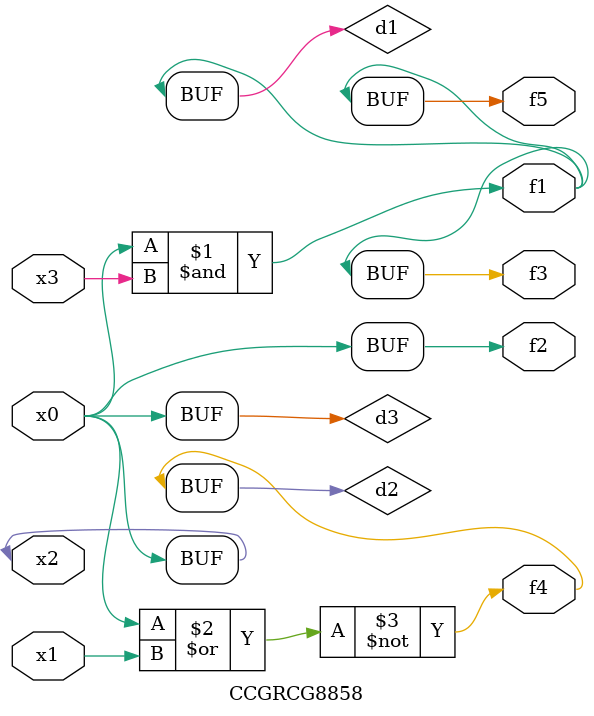
<source format=v>
module CCGRCG8858(
	input x0, x1, x2, x3,
	output f1, f2, f3, f4, f5
);

	wire d1, d2, d3;

	and (d1, x2, x3);
	nor (d2, x0, x1);
	buf (d3, x0, x2);
	assign f1 = d1;
	assign f2 = d3;
	assign f3 = d1;
	assign f4 = d2;
	assign f5 = d1;
endmodule

</source>
